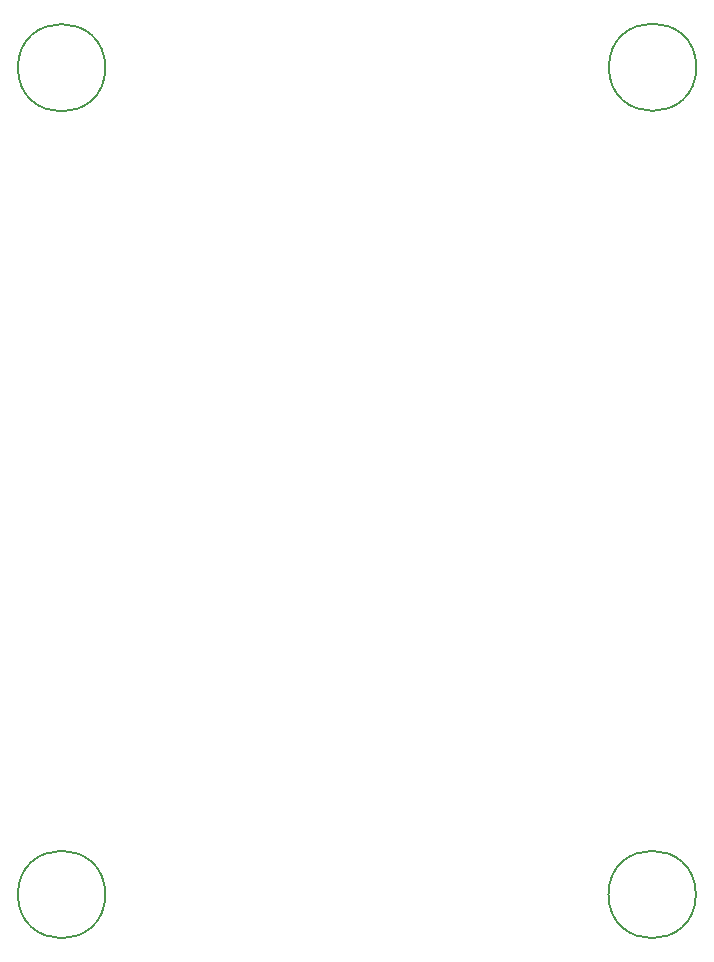
<source format=gbr>
%TF.GenerationSoftware,KiCad,Pcbnew,9.0.3*%
%TF.CreationDate,2025-09-14T01:16:20+07:00*%
%TF.ProjectId,CodeName0,436f6465-4e61-46d6-9530-2e6b69636164,rev?*%
%TF.SameCoordinates,Original*%
%TF.FileFunction,Other,Comment*%
%FSLAX46Y46*%
G04 Gerber Fmt 4.6, Leading zero omitted, Abs format (unit mm)*
G04 Created by KiCad (PCBNEW 9.0.3) date 2025-09-14 01:16:20*
%MOMM*%
%LPD*%
G01*
G04 APERTURE LIST*
%ADD10C,0.150000*%
G04 APERTURE END LIST*
D10*
%TO.C,REF\u002A\u002A*%
X158700000Y-135000000D02*
G75*
G02*
X151300000Y-135000000I-3700000J0D01*
G01*
X151300000Y-135000000D02*
G75*
G02*
X158700000Y-135000000I3700000J0D01*
G01*
X108700000Y-65000000D02*
G75*
G02*
X101300000Y-65000000I-3700000J0D01*
G01*
X101300000Y-65000000D02*
G75*
G02*
X108700000Y-65000000I3700000J0D01*
G01*
X108700000Y-135000000D02*
G75*
G02*
X101300000Y-135000000I-3700000J0D01*
G01*
X101300000Y-135000000D02*
G75*
G02*
X108700000Y-135000000I3700000J0D01*
G01*
X158737779Y-64962221D02*
G75*
G02*
X151337779Y-64962221I-3700000J0D01*
G01*
X151337779Y-64962221D02*
G75*
G02*
X158737779Y-64962221I3700000J0D01*
G01*
%TD*%
M02*

</source>
